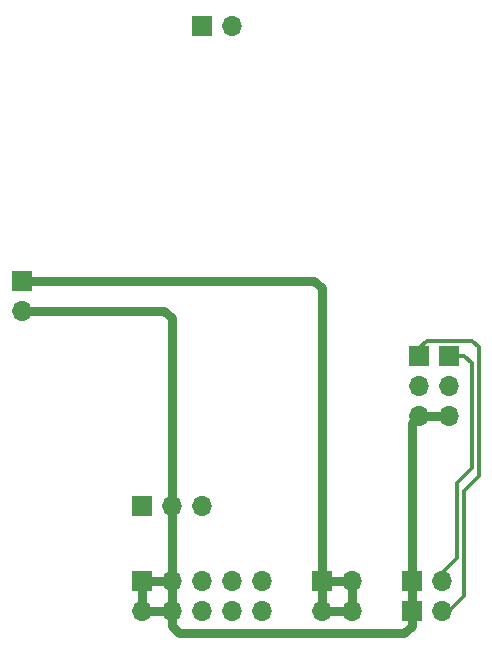
<source format=gtl>
G04 #@! TF.GenerationSoftware,KiCad,Pcbnew,6.0.4+dfsg-1+b1*
G04 #@! TF.CreationDate,2022-04-24T00:25:44+03:00*
G04 #@! TF.ProjectId,yatabaza-amp,79617461-6261-47a6-912d-616d702e6b69,rev?*
G04 #@! TF.SameCoordinates,Original*
G04 #@! TF.FileFunction,Copper,L1,Top*
G04 #@! TF.FilePolarity,Positive*
%FSLAX46Y46*%
G04 Gerber Fmt 4.6, Leading zero omitted, Abs format (unit mm)*
G04 Created by KiCad (PCBNEW 6.0.4+dfsg-1+b1) date 2022-04-24 00:25:44*
%MOMM*%
%LPD*%
G01*
G04 APERTURE LIST*
G04 #@! TA.AperFunction,ComponentPad*
%ADD10R,1.700000X1.700000*%
G04 #@! TD*
G04 #@! TA.AperFunction,ComponentPad*
%ADD11O,1.700000X1.700000*%
G04 #@! TD*
G04 #@! TA.AperFunction,Conductor*
%ADD12C,0.750000*%
G04 #@! TD*
G04 #@! TA.AperFunction,Conductor*
%ADD13C,0.375000*%
G04 #@! TD*
G04 APERTURE END LIST*
D10*
X36195000Y-19685000D03*
D11*
X38735000Y-19685000D03*
D10*
X20955000Y-41275000D03*
D11*
X20955000Y-43815000D03*
D10*
X31115000Y-60325000D03*
D11*
X33655000Y-60325000D03*
X36195000Y-60325000D03*
D10*
X54610000Y-47625000D03*
D11*
X54610000Y-50165000D03*
X54610000Y-52705000D03*
D10*
X57150000Y-47625000D03*
D11*
X57150000Y-50165000D03*
X57150000Y-52705000D03*
D10*
X31115000Y-66675000D03*
D11*
X31115000Y-69215000D03*
X33655000Y-66675000D03*
X33655000Y-69215000D03*
X36195000Y-66675000D03*
X36195000Y-69215000D03*
X38735000Y-66675000D03*
X38735000Y-69215000D03*
X41275000Y-66675000D03*
X41275000Y-69215000D03*
D10*
X46355000Y-66675000D03*
D11*
X46355000Y-69215000D03*
X48895000Y-66675000D03*
X48895000Y-69215000D03*
D10*
X53975000Y-69215000D03*
D11*
X56515000Y-69215000D03*
D10*
X53975000Y-66675000D03*
D11*
X56515000Y-66675000D03*
D12*
X33655000Y-44450000D02*
X33655000Y-60325000D01*
X33655000Y-70485000D02*
X34290000Y-71120000D01*
X34290000Y-71120000D02*
X53340000Y-71120000D01*
X53340000Y-71120000D02*
X53975000Y-70485000D01*
X53975000Y-70485000D02*
X53975000Y-69215000D01*
X33655000Y-44450000D02*
X33020000Y-43815000D01*
X53975000Y-53340000D02*
X54610000Y-52705000D01*
X31115000Y-69215000D02*
X33655000Y-69215000D01*
X33655000Y-66675000D02*
X31115000Y-66675000D01*
X33655000Y-69215000D02*
X33655000Y-66675000D01*
X33655000Y-69215000D02*
X33655000Y-70485000D01*
X20955000Y-43815000D02*
X33020000Y-43815000D01*
X53975000Y-69215000D02*
X53975000Y-66675000D01*
X53975000Y-66675000D02*
X53975000Y-53340000D01*
X31115000Y-66675000D02*
X31115000Y-69215000D01*
X33655000Y-66675000D02*
X33655000Y-60325000D01*
X54610000Y-52705000D02*
X57150000Y-52705000D01*
X20955000Y-41275000D02*
X45720000Y-41275000D01*
X46355000Y-41910000D02*
X45720000Y-41275000D01*
X46355000Y-69215000D02*
X48895000Y-69215000D01*
X46355000Y-66675000D02*
X46355000Y-41910000D01*
X48895000Y-66675000D02*
X46355000Y-66675000D01*
X48895000Y-69215000D02*
X48895000Y-66675000D01*
X46355000Y-66675000D02*
X46355000Y-69215000D01*
D13*
X56515000Y-66040000D02*
X57785000Y-64770000D01*
X57785000Y-64770000D02*
X57785000Y-58420000D01*
X57785000Y-58420000D02*
X59055000Y-57150000D01*
X59055000Y-57150000D02*
X59055000Y-48260000D01*
X59055000Y-48260000D02*
X58420000Y-47625000D01*
X58420000Y-47625000D02*
X57150000Y-47625000D01*
X56515000Y-66675000D02*
X56515000Y-66040000D01*
X57150000Y-69215000D02*
X58420000Y-67945000D01*
X58420000Y-67945000D02*
X58420000Y-59055000D01*
X58420000Y-59055000D02*
X59630002Y-57844998D01*
X59630002Y-57844998D02*
X59630002Y-46990000D01*
X59630002Y-46930002D02*
X59055000Y-46355000D01*
X59055000Y-46355000D02*
X55245000Y-46355000D01*
X55245000Y-46355000D02*
X54610000Y-46990000D01*
X54610000Y-46990000D02*
X54610000Y-47625000D01*
X56515000Y-69215000D02*
X57150000Y-69215000D01*
X59630002Y-46990000D02*
X59630002Y-46930002D01*
M02*

</source>
